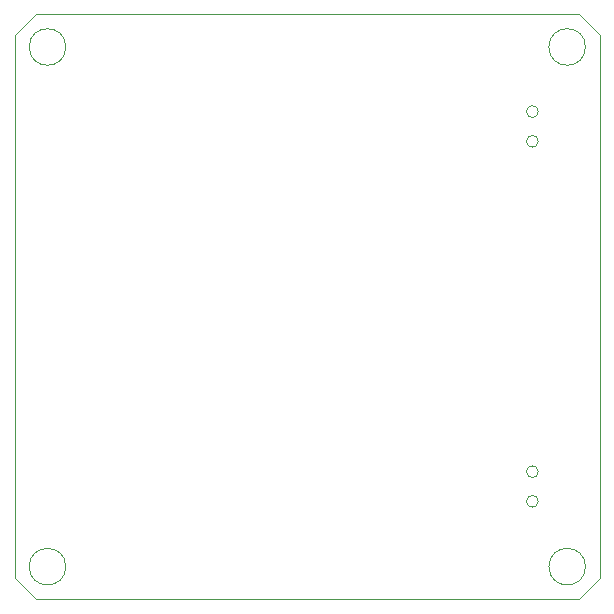
<source format=gm1>
G04 #@! TF.GenerationSoftware,KiCad,Pcbnew,7.0.10*
G04 #@! TF.CreationDate,2024-03-20T06:36:53+09:00*
G04 #@! TF.ProjectId,m5stack_base,6d357374-6163-46b5-9f62-6173652e6b69,rev?*
G04 #@! TF.SameCoordinates,Original*
G04 #@! TF.FileFunction,Profile,NP*
%FSLAX46Y46*%
G04 Gerber Fmt 4.6, Leading zero omitted, Abs format (unit mm)*
G04 Created by KiCad (PCBNEW 7.0.10) date 2024-03-20 06:36:53*
%MOMM*%
%LPD*%
G01*
G04 APERTURE LIST*
G04 #@! TA.AperFunction,Profile*
%ADD10C,0.050000*%
G04 #@! TD*
G04 APERTURE END LIST*
D10*
X100250000Y-52000000D02*
X100250000Y-98000000D01*
X100250000Y-98000000D02*
X102000000Y-99750000D01*
X102000000Y-50250000D02*
X100250000Y-52000000D01*
X102000000Y-99750000D02*
X148000000Y-99750000D01*
X148000000Y-50250000D02*
X102000000Y-50250000D01*
X148000000Y-50250000D02*
X149750000Y-52000000D01*
X149750000Y-98000000D02*
X148000000Y-99750000D01*
X149750000Y-98000000D02*
X149750000Y-52000000D01*
X104556214Y-53006214D02*
G75*
G03*
X101456214Y-53006214I-1550000J0D01*
G01*
X101456214Y-53006214D02*
G75*
G03*
X104556214Y-53006214I1550000J0D01*
G01*
X104556214Y-97006214D02*
G75*
G03*
X101456214Y-97006214I-1550000J0D01*
G01*
X101456214Y-97006214D02*
G75*
G03*
X104556214Y-97006214I1550000J0D01*
G01*
X144560000Y-58470000D02*
G75*
G03*
X143560000Y-58470000I-500000J0D01*
G01*
X143560000Y-58470000D02*
G75*
G03*
X144560000Y-58470000I500000J0D01*
G01*
X144560000Y-60992000D02*
G75*
G03*
X143560000Y-60992000I-500000J0D01*
G01*
X143560000Y-60992000D02*
G75*
G03*
X144560000Y-60992000I500000J0D01*
G01*
X144560000Y-88960000D02*
G75*
G03*
X143560000Y-88960000I-500000J0D01*
G01*
X143560000Y-88960000D02*
G75*
G03*
X144560000Y-88960000I500000J0D01*
G01*
X144560000Y-91480000D02*
G75*
G03*
X143560000Y-91480000I-500000J0D01*
G01*
X143560000Y-91480000D02*
G75*
G03*
X144560000Y-91480000I500000J0D01*
G01*
X148556214Y-53006214D02*
G75*
G03*
X145456214Y-53006214I-1550000J0D01*
G01*
X145456214Y-53006214D02*
G75*
G03*
X148556214Y-53006214I1550000J0D01*
G01*
X148556214Y-97006214D02*
G75*
G03*
X145456214Y-97006214I-1550000J0D01*
G01*
X145456214Y-97006214D02*
G75*
G03*
X148556214Y-97006214I1550000J0D01*
G01*
M02*

</source>
